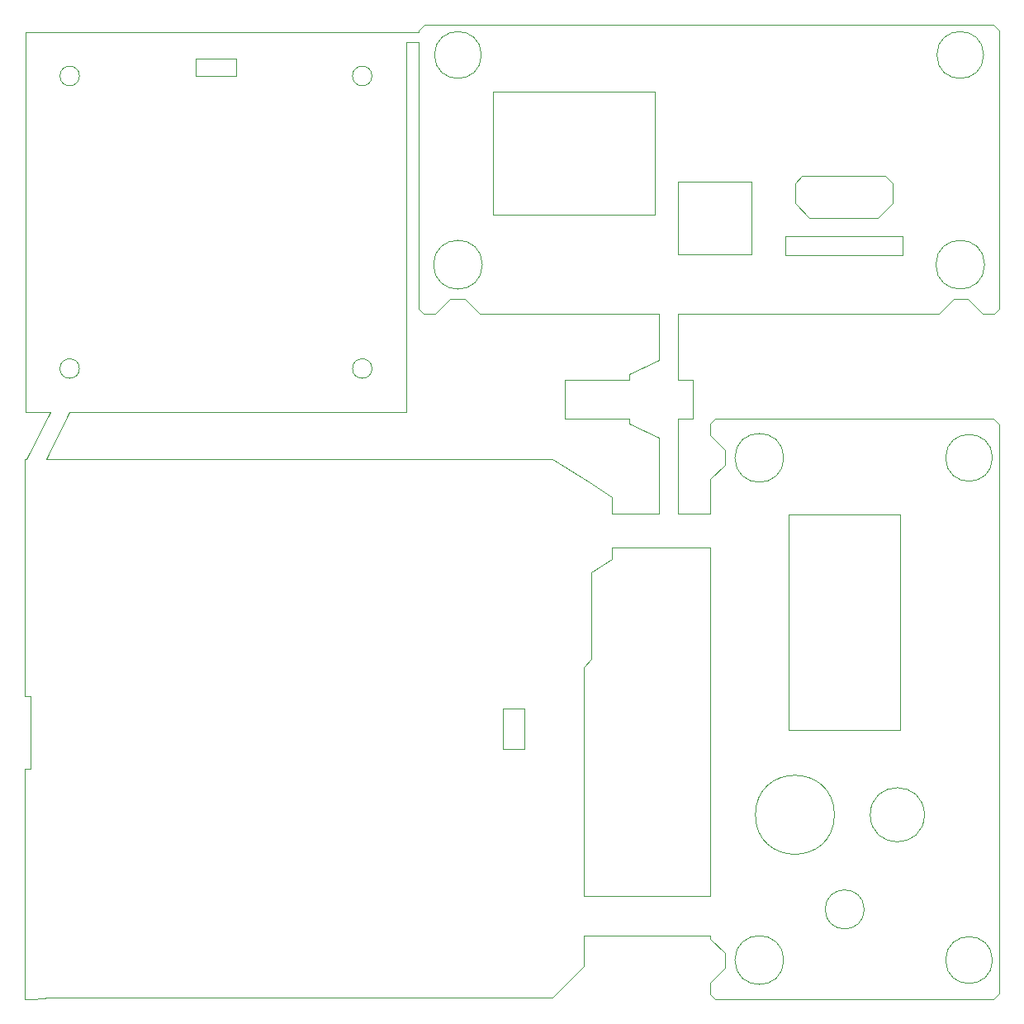
<source format=gbr>
G04 #@! TF.GenerationSoftware,KiCad,Pcbnew,7.0.1-0*
G04 #@! TF.CreationDate,2023-10-17T11:13:41-04:00*
G04 #@! TF.ProjectId,CosmicWatch,436f736d-6963-4576-9174-63682e6b6963,rev?*
G04 #@! TF.SameCoordinates,Original*
G04 #@! TF.FileFunction,Profile,NP*
%FSLAX46Y46*%
G04 Gerber Fmt 4.6, Leading zero omitted, Abs format (unit mm)*
G04 Created by KiCad (PCBNEW 7.0.1-0) date 2023-10-17 11:13:41*
%MOMM*%
%LPD*%
G01*
G04 APERTURE LIST*
G04 #@! TA.AperFunction,Profile*
%ADD10C,0.100000*%
G04 #@! TD*
G04 APERTURE END LIST*
D10*
X172630000Y-129710000D02*
X147480000Y-129710000D01*
X146780000Y-129710000D02*
X142130000Y-129710000D01*
X179130000Y-129710000D02*
X172630000Y-129710000D01*
X180080000Y-129710000D02*
X179130000Y-129710000D01*
X180780000Y-129710000D02*
X180130000Y-129710000D01*
X180130000Y-129710000D02*
X180080000Y-129710000D01*
X147480000Y-129710000D02*
X146780000Y-129710000D01*
X181980000Y-74510000D02*
X142330000Y-74510000D01*
X142130000Y-74510000D02*
X142330000Y-74510000D01*
X181980000Y-74510000D02*
X182980000Y-74510000D01*
X194030000Y-129710000D02*
X180780000Y-129710000D01*
X141130000Y-129860000D02*
X139980000Y-129860000D01*
X141380000Y-129760000D02*
X141130000Y-129860000D01*
X141380000Y-129760000D02*
X142030000Y-129760000D01*
X142030000Y-129760000D02*
X142130000Y-129710000D01*
X182980000Y-74510000D02*
X185180000Y-74510000D01*
X139980000Y-96360000D02*
X139980000Y-80260000D01*
X139980000Y-106260000D02*
X139980000Y-129860000D01*
X197255000Y-126485000D02*
X194030000Y-129710000D01*
X197255000Y-123310000D02*
X197255000Y-126485000D01*
X197255000Y-123310000D02*
X210280000Y-123310000D01*
X210780000Y-129860000D02*
X239280000Y-129860000D01*
X235130000Y-70360000D02*
X210780000Y-70360000D01*
X229680000Y-80160000D02*
X218280000Y-80160000D01*
X218280000Y-80160000D02*
X218280000Y-102260000D01*
X218280000Y-102260000D02*
X229680000Y-102260000D01*
X229680000Y-102260000D02*
X229680000Y-80160000D01*
X210280000Y-72060000D02*
X211780000Y-73560000D01*
X211780000Y-73560000D02*
X211780000Y-75060000D01*
X210280000Y-128160000D02*
X211780000Y-126660000D01*
X211780000Y-126660000D02*
X211780000Y-125160000D01*
X211780000Y-125160000D02*
X210280000Y-123660000D01*
X210280000Y-70860000D02*
X210280000Y-72060000D01*
X210280000Y-128160000D02*
X210280000Y-129360000D01*
X210280000Y-83560000D02*
X210280000Y-119310000D01*
X226030625Y-120660000D02*
G75*
G03*
X226030625Y-120660000I-2000625J0D01*
G01*
X239280000Y-70360000D02*
X239880000Y-70960000D01*
X239280000Y-129860000D02*
X239880000Y-129260000D01*
X210280000Y-70860000D02*
X210780000Y-70360000D01*
X210780000Y-129860000D02*
X210280000Y-129360000D01*
X194080000Y-74510000D02*
X185180000Y-74510000D01*
X189030000Y-100035000D02*
X191180000Y-100035000D01*
X232207139Y-110960000D02*
G75*
G03*
X232207139Y-110960000I-2777139J0D01*
G01*
X197255000Y-119310000D02*
X197255000Y-95810000D01*
X211780000Y-75060000D02*
X210280000Y-76560000D01*
X200130000Y-84710000D02*
X198080000Y-86110000D01*
X210280000Y-123310000D02*
X210280000Y-123660000D01*
X200130000Y-83560000D02*
X200130000Y-84710000D01*
X189030000Y-104185000D02*
X189030000Y-100035000D01*
X197880000Y-76910000D02*
X200130000Y-78360000D01*
X175570000Y-35210000D02*
G75*
G03*
X175570000Y-35210000I-1000000J0D01*
G01*
X161635000Y-35255000D02*
X157485000Y-35255000D01*
X157485000Y-35255000D02*
X157485000Y-33455000D01*
X157485000Y-33455000D02*
X161635000Y-33455000D01*
X197880000Y-76910000D02*
X194080000Y-74510000D01*
X204955000Y-80110000D02*
X200355000Y-80110000D01*
X200130000Y-83560000D02*
X210280000Y-83560000D01*
X217780000Y-74360000D02*
G75*
G03*
X217780000Y-74360000I-2500000J0D01*
G01*
X239180000Y-74360000D02*
G75*
G03*
X239180000Y-74360000I-2400000J0D01*
G01*
X239180000Y-125860000D02*
G75*
G03*
X239180000Y-125860000I-2400000J0D01*
G01*
X217780000Y-125860000D02*
G75*
G03*
X217780000Y-125860000I-2500000J0D01*
G01*
X139980000Y-98760000D02*
X139980000Y-96360000D01*
X210280000Y-80110000D02*
X210280000Y-76560000D01*
X185080000Y-58060000D02*
X186580000Y-59560000D01*
X183580000Y-58060000D02*
X185080000Y-58060000D01*
X235180000Y-58060000D02*
X233680000Y-59560000D01*
X180380000Y-31708630D02*
X180380000Y-59060000D01*
X239880000Y-59060000D02*
X239880000Y-30560000D01*
X182080000Y-59560000D02*
X183580000Y-58060000D01*
X238180000Y-59560000D02*
X236680000Y-58060000D01*
X236680000Y-58060000D02*
X235180000Y-58060000D01*
X228930000Y-47160000D02*
X228930000Y-46210000D01*
X228180000Y-45460000D02*
X219680000Y-45460000D01*
X218930000Y-46210000D02*
X218930000Y-48260000D01*
X220430000Y-49760000D02*
X227430000Y-49760000D01*
X228930000Y-48260000D02*
X228930000Y-47160000D01*
X187980000Y-49460000D02*
X204580000Y-49460000D01*
X204580000Y-36860000D02*
X187980000Y-36860000D01*
X187980000Y-36860000D02*
X187980000Y-49460000D01*
X233480000Y-59560000D02*
X206955000Y-59560000D01*
X233680000Y-59560000D02*
X233480000Y-59560000D01*
X204580000Y-49460000D02*
X204580000Y-36860000D01*
X186580000Y-59560000D02*
X204955000Y-59560000D01*
X239380000Y-59560000D02*
X239880000Y-59060000D01*
X180380000Y-59060000D02*
X180880000Y-59560000D01*
X229930000Y-51610000D02*
X229930000Y-53560000D01*
X229930000Y-53560000D02*
X217930000Y-53560000D01*
X217930000Y-53560000D02*
X217930000Y-51610000D01*
X217930000Y-51610000D02*
X229930000Y-51610000D01*
X180380000Y-30560000D02*
X180980000Y-29960000D01*
X239880000Y-30560000D02*
X239280000Y-29960000D01*
X180980000Y-29960000D02*
X239280000Y-29960000D01*
X220430000Y-49760000D02*
X218930000Y-48260000D01*
X227430000Y-49760000D02*
X228930000Y-48260000D01*
X228930000Y-46210000D02*
X228180000Y-45460000D01*
X218930000Y-46210000D02*
X219680000Y-45460000D01*
X238180000Y-59560000D02*
X239380000Y-59560000D01*
X186780000Y-33060000D02*
G75*
G03*
X186780000Y-33060000I-2400000J0D01*
G01*
X186880000Y-54560000D02*
G75*
G03*
X186880000Y-54560000I-2500000J0D01*
G01*
X238380000Y-54560000D02*
G75*
G03*
X238380000Y-54560000I-2500000J0D01*
G01*
X238280000Y-33060000D02*
G75*
G03*
X238280000Y-33060000I-2400000J0D01*
G01*
X214480000Y-53510000D02*
X206930000Y-53510000D01*
X214480000Y-46010000D02*
X214480000Y-53510000D01*
X214480000Y-46010000D02*
X206930000Y-46010000D01*
X206930000Y-53510000D02*
X206930000Y-46010000D01*
X195355000Y-70335000D02*
X201955000Y-70335000D01*
X206955000Y-66335000D02*
X206955000Y-59560000D01*
X206955000Y-80110000D02*
X206955000Y-70335000D01*
X206955000Y-70335000D02*
X208430000Y-70335000D01*
X201955000Y-66335000D02*
X201955000Y-65810000D01*
X206955000Y-66335000D02*
X208430000Y-66335000D01*
X201955000Y-66335000D02*
X195330000Y-66335000D01*
X144570000Y-69710000D02*
X179070000Y-69710000D01*
X139980000Y-98760000D02*
X140530000Y-98760000D01*
X201955000Y-70860000D02*
X204955000Y-72335000D01*
X239130000Y-70360000D02*
X239280000Y-70360000D01*
X140070000Y-30710000D02*
X140070000Y-69710000D01*
X195330000Y-66335000D02*
X195330000Y-70335000D01*
X179070000Y-30710000D02*
X180380000Y-30708630D01*
X198630000Y-119290000D02*
X197255000Y-119310000D01*
X198080000Y-86110000D02*
X198080000Y-94960000D01*
X191180000Y-100035000D02*
X191180000Y-104185000D01*
X204955000Y-64335000D02*
X204955000Y-59560000D01*
X161635000Y-35255000D02*
X161635000Y-33455000D01*
X204955000Y-80110000D02*
X204955000Y-72335000D01*
X179070000Y-69710000D02*
X179080000Y-31708630D01*
X142130000Y-74510000D02*
X144570000Y-69710000D01*
X145570000Y-35210000D02*
G75*
G03*
X145570000Y-35210000I-1000000J0D01*
G01*
X140530000Y-106260000D02*
X139980000Y-106260000D01*
X139980000Y-74510000D02*
X140100000Y-74510000D01*
X201955000Y-70335000D02*
X201955000Y-70860000D01*
X200130000Y-80110000D02*
X200355000Y-80110000D01*
X140530000Y-98760000D02*
X140530000Y-106260000D01*
X195330000Y-70335000D02*
X195355000Y-70335000D01*
X139980000Y-74510000D02*
X139980000Y-80260000D01*
X142560000Y-69710000D02*
X140100000Y-74510000D01*
X200130000Y-78360000D02*
X200130000Y-80110000D01*
X180380000Y-30708630D02*
X180380000Y-30560000D01*
X235130000Y-70360000D02*
X239130000Y-70360000D01*
X208430000Y-66335000D02*
X208430000Y-70335000D01*
X239880000Y-70960000D02*
X239880000Y-129260000D01*
X222980309Y-110960000D02*
G75*
G03*
X222980309Y-110960000I-4050309J0D01*
G01*
X206955000Y-80110000D02*
X210280000Y-80110000D01*
X191180000Y-104185000D02*
X189030000Y-104185000D01*
X198630000Y-119290000D02*
X210280000Y-119310000D01*
X145570000Y-65210000D02*
G75*
G03*
X145570000Y-65210000I-1000000J0D01*
G01*
X182080000Y-59560000D02*
X180880000Y-59560000D01*
X198080000Y-94960000D02*
X197255000Y-95810000D01*
X175570000Y-65210000D02*
G75*
G03*
X175570000Y-65210000I-1000000J0D01*
G01*
X201955000Y-65810000D02*
X204955000Y-64335000D01*
X180380000Y-31708630D02*
X179080000Y-31708630D01*
X140070000Y-69710000D02*
X142560000Y-69710000D01*
X179070000Y-30710000D02*
X140070000Y-30710000D01*
M02*

</source>
